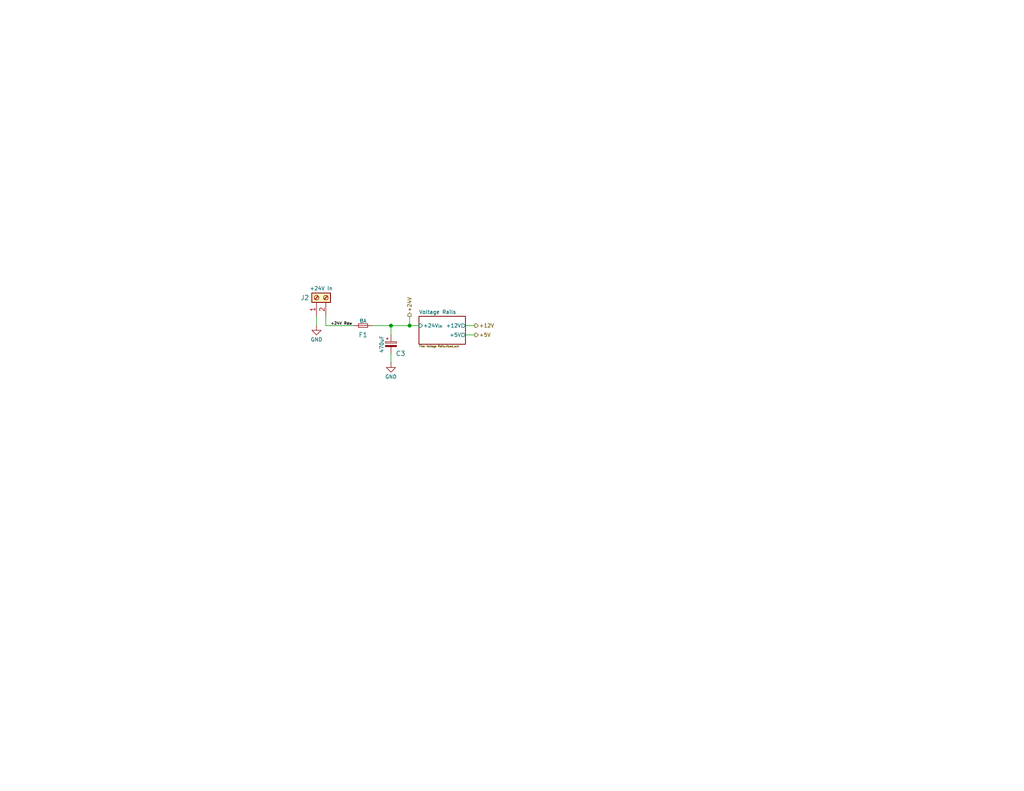
<source format=kicad_sch>
(kicad_sch (version 20231120) (generator "eeschema") (generator_version "8.0")
  (paper "USLetter")
  (title_block (title "Power Supply") (date "2025-02-06") (rev "1.0.1") (company "Erratic.Tech"))
  (lib_symbols
    (symbol "KiLight Mono:C_Polarized_Small" (pin_numbers hide) (pin_names (offset 0.254) hide)
      (property "Reference" "C" (at 0.254 1.778 0))
      (property "Value" "C_Polarized_Small" (at 0.254 -2.032 0))
      (symbol "C_Polarized_Small_0_1"
        (rectangle (start -1.524 -0.3048) (end 1.524 -0.6858) (fill (type outline)))
        (rectangle (start -1.524 0.6858) (end 1.524 0.3048))
        (polyline (pts (xy -1.27 1.524) (xy -0.762 1.524)))
        (polyline (pts (xy -1.016 1.27) (xy -1.016 1.778)))
      )
      (symbol "C_Polarized_Small_1_1"
        (pin passive line (at 0 2.54 270) (length 1.8542) (name "~") (number "1"))
        (pin passive line (at 0 -2.54 90) (length 1.8542) (name "~") (number "2"))
      )
    )
    (symbol "KiLight Mono:Fuse_Small" (pin_numbers hide) (pin_names (offset 0.254) hide)
      (property "Reference" "F" (at 0 -1.524 0))
      (property "Value" "Fuse_Small" (at 0 1.524 0))
      (symbol "Fuse_Small_0_1"
        (rectangle (start -1.27 0.508) (end 1.27 -0.508))
        (polyline (pts (xy -1.27 0) (xy 1.27 0)))
      )
      (symbol "Fuse_Small_1_1"
        (pin passive line (at -2.54 0 0) (length 1.27) (name "~") (number "1"))
        (pin passive line (at 2.54 0 180) (length 1.27) (name "~") (number "2"))
      )
    )
    (symbol "KiLight Mono:GND" (power) (pin_numbers hide) (pin_names (offset 0) hide)
      (property "Value" "GND" (at 0 -3.81 0))
      (symbol "GND_0_1"
        (polyline (pts (xy 0 0) (xy 0 -1.27) (xy 1.27 -1.27) (xy 0 -2.54) (xy -1.27 -1.27) (xy 0 -1.27)))
      )
      (symbol "GND_1_1"
        (pin power_in line (at 0 0 270) (length 0) (name "~") (number "1"))
      )
    )
    (symbol "KiLight Mono:Screw_Terminal_01x02" (pin_names (offset 1.016) hide)
      (property "Reference" "J" (at 0 2.54 0))
      (property "Value" "Screw_Terminal_01x02" (at 0 -5.08 0))
      (symbol "Screw_Terminal_01x02_1_1"
        (rectangle (start -1.27 1.27) (end 1.27 -3.81) (stroke (width 0.254)) (fill (type background)))
        (circle (center 0 -2.54) (radius 0.635) (stroke (width 0.1524)))
        (polyline (pts (xy -0.5334 -2.2098) (xy 0.3302 -3.048)) (stroke (width 0.1524)))
        (polyline (pts (xy -0.5334 0.3302) (xy 0.3302 -0.508)) (stroke (width 0.1524)))
        (polyline (pts (xy -0.3556 -2.032) (xy 0.508 -2.8702)) (stroke (width 0.1524)))
        (polyline (pts (xy -0.3556 0.508) (xy 0.508 -0.3302)) (stroke (width 0.1524)))
        (circle (center 0 0) (radius 0.635) (stroke (width 0.1524)))
        (pin passive line (at -5.08 0 0) (length 3.81) (name "Pin_1") (number "1"))
        (pin passive line (at -5.08 -2.54 0) (length 3.81) (name "Pin_2") (number "2"))
      )
    )
  )
  (junction (at 106.68 88.9))
  (junction (at 111.76 88.9))
  (wire (pts (xy 106.68 88.9) (xy 106.68 91.44)))
  (wire (pts (xy 127 91.44) (xy 129.54 91.44)))
  (wire (pts (xy 111.76 88.9) (xy 114.3 88.9)))
  (wire (pts (xy 101.6 88.9) (xy 106.68 88.9)))
  (wire (pts (xy 111.76 86.36) (xy 111.76 88.9)))
  (wire (pts (xy 86.36 86.36) (xy 86.36 88.9)))
  (wire (pts (xy 88.9 86.36) (xy 88.9 88.9)))
  (wire (pts (xy 106.68 96.52) (xy 106.68 99.06)))
  (wire (pts (xy 106.68 88.9) (xy 111.76 88.9)))
  (wire (pts (xy 127 88.9) (xy 129.54 88.9)))
  (wire (pts (xy 88.9 88.9) (xy 96.52 88.9)))
  (label "+24V Raw" (at 90.17 88.9 0) (effects (font (size 0.75 0.75))))
  (hierarchical_label "+12V" (shape output) (at 129.54 88.9 0) (effects (font (size 1 1))))
  (hierarchical_label "+5V" (shape output) (at 129.54 91.44 0) (effects (font (size 1 1))))
  (hierarchical_label "+24V" (shape output) (at 111.76 86.36 90) (effects (font (size 1 1))))
  (symbol (lib_id "KiLight Mono:Screw_Terminal_01x02") (at 86.36 81.28 90) (unit 1)
    (property "Reference" "J2" (at 83.185 81.28 90))
    (property "Value" "+24V In" (at 87.63 78.74 90) (effects (font (size 1 1))))
    (property "Footprint" "TerminalBlock_WAGO-Local:TerminalBlock_WAGO_2060-452_1x02_P4.00mm" (effects (hide yes)))
    (property "Description" "Generic screw terminal, single row, 01x02, script generated (kicad-library-utils/schlib/autogen/connector/)" (effects (hide yes)))
    (property "Part Number" "2060-452/998-404" (effects (hide yes)))
    (instances (project "Light Module" (path "" (reference "J2") (unit 1))) (project "Light Module" (path "" (reference "J1") (unit 1))))
  )
  (symbol (lib_id "KiLight Mono:GND") (at 106.68 99.06 0) (unit 1)
    (property "Reference" "#PWR024" (effects (hide yes)))
    (property "Value" "GND" (at 106.68 102.87 0) (effects (font (size 1 1))))
    (property "Description" "Power symbol creates a global label with name \"GND\" , ground" (effects (hide yes)))
  )
  (symbol (lib_id "KiLight Mono:Fuse_Small") (at 99.06 88.9 0) (unit 1)
    (property "Reference" "F1" (at 99.06 91.44 0))
    (property "Value" "8A" (at 99.06 87.63 0) (effects (font (size 1 1))))
    (property "Footprint" "Fuses and Fuse Holders - Extra:Fuseholder5x20_horiz_open_lateral_Type-II" (effects (hide yes)))
    (property "Part Number" "Keystone 3521" (effects (hide yes)))
  )
  (symbol (lib_id "KiLight Mono:C_Polarized_Small") (at 106.68 93.98 0) (unit 1)
    (property "Reference" "C3" (at 107.95 96.52 0) (effects (justify left)))
    (property "Value" "470uF" (at 104.14 93.98 90) (effects (font (size 1 1))))
    (property "Footprint" "Capacitor_SMD:CP_Elec_10x12.5" (effects (hide yes)))
    (property "Description" "Polarized capacitor, small symbol" (effects (hide yes)))
    (property "Part Number" "HHXJ350ARA471MJC5G" (effects (hide yes)))
  )
  (symbol (lib_id "KiLight Mono:GND") (at 86.36 88.9 0) (unit 1)
    (property "Reference" "#PWR019" (effects (hide yes)))
    (property "Value" "GND" (at 86.36 92.71 0) (effects (font (size 1 1))))
    (property "Description" "Power symbol creates a global label with name \"GND\" , ground" (effects (hide yes)))
    (instances (project "Light Module" (path "" (reference "#PWR019") (unit 1))) (project "Light Module" (path "" (reference "#PWR023") (unit 1))))
  )
  (sheet (at 114.3 86.36) (size 12.7 7.62) (stroke (width 0.1524))
    (property "Sheetname" "Voltage Rails" (at 114.3 85.7834 0) (effects (font (size 1 1)) (justify left bottom)))
    (property "Sheetfile" "Voltage Rails.kicad_sch" (at 114.3 94.2566 0) (effects (font (size 0.5 0.5)) (justify left top)))
    (pin "+12V" output (at 127 88.9 0) (effects (font (size 1 1))))
    (pin "+5V" output (at 127 91.44 0) (effects (font (size 1 1))))
    (pin "+24V_{In}" input (at 114.3 88.9 180) (effects (font (size 1 1))))
  )
)
</source>
